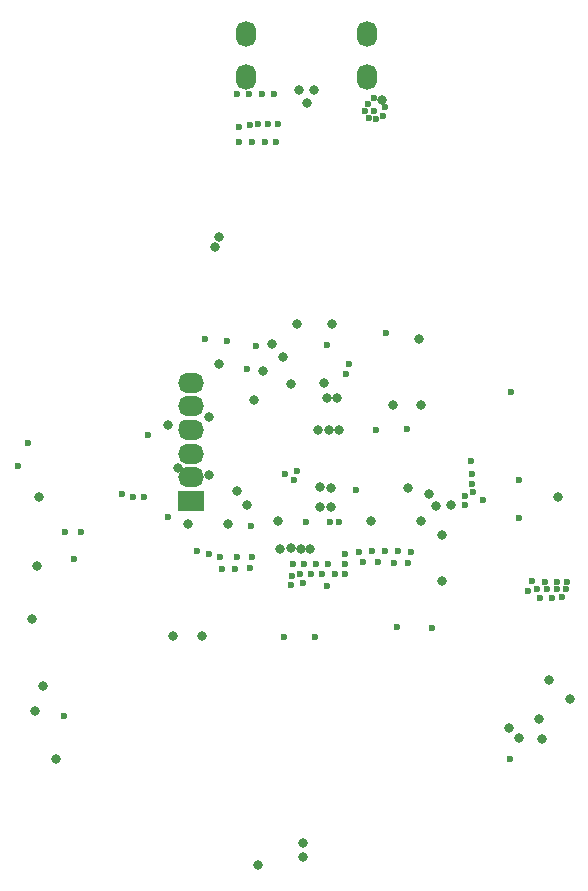
<source format=gbs>
%FSLAX25Y25*%
%MOIN*%
G70*
G01*
G75*
G04 Layer_Color=16711935*
%ADD10C,0.00787*%
%ADD11C,0.01181*%
%ADD12C,0.01969*%
%ADD13O,0.07874X0.11811*%
%ADD14O,0.15748X0.11811*%
%ADD15R,0.03543X0.02362*%
%ADD16R,0.02362X0.01969*%
%ADD17R,0.04921X0.02756*%
%ADD18R,0.02756X0.04921*%
%ADD19R,0.01969X0.02362*%
%ADD20R,0.06693X0.03543*%
%ADD21O,0.02362X0.05512*%
%ADD22R,0.03543X0.03937*%
%ADD23R,0.01575X0.04724*%
%ADD24R,0.03150X0.07874*%
%ADD25R,0.02362X0.07874*%
%ADD26O,0.07480X0.12992*%
G04:AMPARAMS|DCode=27|XSize=23.62mil|YSize=35.43mil|CornerRadius=0mil|HoleSize=0mil|Usage=FLASHONLY|Rotation=135.000|XOffset=0mil|YOffset=0mil|HoleType=Round|Shape=Rectangle|*
%AMROTATEDRECTD27*
4,1,4,0.02088,0.00418,-0.00418,-0.02088,-0.02088,-0.00418,0.00418,0.02088,0.02088,0.00418,0.0*
%
%ADD27ROTATEDRECTD27*%

%ADD28R,0.02362X0.03543*%
%ADD29R,0.01969X0.01575*%
%ADD30R,0.03937X0.03543*%
%ADD31R,0.01575X0.03937*%
%ADD32O,0.02362X0.07874*%
%ADD33R,0.02362X0.05512*%
%ADD34R,0.03150X0.05118*%
%ADD35R,0.03937X0.02756*%
G04:AMPARAMS|DCode=36|XSize=23.62mil|YSize=35.43mil|CornerRadius=0mil|HoleSize=0mil|Usage=FLASHONLY|Rotation=225.000|XOffset=0mil|YOffset=0mil|HoleType=Round|Shape=Rectangle|*
%AMROTATEDRECTD36*
4,1,4,-0.00418,0.02088,0.02088,-0.00418,0.00418,-0.02088,-0.02088,0.00418,-0.00418,0.02088,0.0*
%
%ADD36ROTATEDRECTD36*%

%ADD37R,0.04724X0.03543*%
%ADD38R,0.03937X0.04724*%
G04:AMPARAMS|DCode=39|XSize=19.69mil|YSize=39.37mil|CornerRadius=0mil|HoleSize=0mil|Usage=FLASHONLY|Rotation=45.000|XOffset=0mil|YOffset=0mil|HoleType=Round|Shape=Rectangle|*
%AMROTATEDRECTD39*
4,1,4,0.00696,-0.02088,-0.02088,0.00696,-0.00696,0.02088,0.02088,-0.00696,0.00696,-0.02088,0.0*
%
%ADD39ROTATEDRECTD39*%

G04:AMPARAMS|DCode=40|XSize=19.69mil|YSize=39.37mil|CornerRadius=0mil|HoleSize=0mil|Usage=FLASHONLY|Rotation=135.000|XOffset=0mil|YOffset=0mil|HoleType=Round|Shape=Rectangle|*
%AMROTATEDRECTD40*
4,1,4,0.02088,0.00696,-0.00696,-0.02088,-0.02088,-0.00696,0.00696,0.02088,0.02088,0.00696,0.0*
%
%ADD40ROTATEDRECTD40*%

%ADD41R,0.01969X0.03937*%
%ADD42C,0.07874*%
%ADD43C,0.03937*%
%ADD44C,0.05906*%
%ADD45C,0.04724*%
%ADD46C,0.11811*%
%ADD47R,0.09645X0.14900*%
%ADD48R,0.29300X0.12570*%
%ADD49R,0.06400X0.17200*%
%ADD50R,0.19291X0.03830*%
%ADD51R,0.05906X0.13780*%
%ADD52R,0.08661X0.14173*%
%ADD53R,0.05512X0.13780*%
%ADD54R,0.14567X0.16142*%
%ADD55R,0.15182X0.11426*%
%ADD56R,0.05300X0.03507*%
%ADD57R,0.24200X0.17200*%
%ADD58O,0.05906X0.07874*%
%ADD59C,0.02362*%
%ADD60C,0.09843*%
%ADD61O,0.07874X0.05906*%
%ADD62R,0.07874X0.05906*%
%ADD63R,0.07500X0.30800*%
%ADD64R,0.10581X0.53500*%
%ADD65C,0.00394*%
%ADD66C,0.00197*%
%ADD67C,0.00984*%
%ADD68C,0.01000*%
%ADD69C,0.02362*%
%ADD70C,0.00591*%
%ADD71C,0.00800*%
%ADD72C,0.00500*%
%ADD73C,0.00200*%
%ADD74C,0.00400*%
%ADD75O,0.08674X0.12611*%
%ADD76O,0.16548X0.12611*%
%ADD77R,0.04343X0.03162*%
%ADD78R,0.03162X0.02769*%
%ADD79R,0.05721X0.03556*%
%ADD80R,0.03556X0.05721*%
%ADD81R,0.02769X0.03162*%
%ADD82R,0.07493X0.04343*%
%ADD83O,0.03162X0.06312*%
%ADD84R,0.04343X0.04737*%
%ADD85R,0.02375X0.05524*%
%ADD86R,0.03950X0.08674*%
%ADD87R,0.03162X0.08674*%
%ADD88O,0.08280X0.13792*%
G04:AMPARAMS|DCode=89|XSize=31.62mil|YSize=43.43mil|CornerRadius=0mil|HoleSize=0mil|Usage=FLASHONLY|Rotation=135.000|XOffset=0mil|YOffset=0mil|HoleType=Round|Shape=Rectangle|*
%AMROTATEDRECTD89*
4,1,4,0.02654,0.00418,-0.00418,-0.02654,-0.02654,-0.00418,0.00418,0.02654,0.02654,0.00418,0.0*
%
%ADD89ROTATEDRECTD89*%

%ADD90R,0.03162X0.04343*%
%ADD91R,0.02769X0.02375*%
%ADD92R,0.04737X0.04343*%
%ADD93R,0.02375X0.04737*%
%ADD94O,0.03162X0.08674*%
%ADD95R,0.03162X0.06312*%
%ADD96R,0.03950X0.05918*%
%ADD97R,0.04331X0.03150*%
G04:AMPARAMS|DCode=98|XSize=31.62mil|YSize=43.43mil|CornerRadius=0mil|HoleSize=0mil|Usage=FLASHONLY|Rotation=225.000|XOffset=0mil|YOffset=0mil|HoleType=Round|Shape=Rectangle|*
%AMROTATEDRECTD98*
4,1,4,-0.00418,0.02654,0.02654,-0.00418,0.00418,-0.02654,-0.02654,0.00418,-0.00418,0.02654,0.0*
%
%ADD98ROTATEDRECTD98*%

%ADD99R,0.05524X0.04343*%
%ADD100R,0.04737X0.05524*%
G04:AMPARAMS|DCode=101|XSize=27.69mil|YSize=47.37mil|CornerRadius=0mil|HoleSize=0mil|Usage=FLASHONLY|Rotation=45.000|XOffset=0mil|YOffset=0mil|HoleType=Round|Shape=Rectangle|*
%AMROTATEDRECTD101*
4,1,4,0.00696,-0.02654,-0.02654,0.00696,-0.00696,0.02654,0.02654,-0.00696,0.00696,-0.02654,0.0*
%
%ADD101ROTATEDRECTD101*%

G04:AMPARAMS|DCode=102|XSize=27.69mil|YSize=47.37mil|CornerRadius=0mil|HoleSize=0mil|Usage=FLASHONLY|Rotation=135.000|XOffset=0mil|YOffset=0mil|HoleType=Round|Shape=Rectangle|*
%AMROTATEDRECTD102*
4,1,4,0.02654,0.00696,-0.00696,-0.02654,-0.02654,-0.00696,0.00696,0.02654,0.02654,0.00696,0.0*
%
%ADD102ROTATEDRECTD102*%

%ADD103R,0.02769X0.04737*%
%ADD104O,0.06706X0.08674*%
%ADD105C,0.03162*%
%ADD106O,0.08674X0.06706*%
%ADD107R,0.08674X0.06706*%
D59*
X2300Y-19400D02*
D03*
X-7900D02*
D03*
X29700Y-16000D02*
D03*
X41242Y-16558D02*
D03*
X67700Y62156D02*
D03*
X52476Y24501D02*
D03*
X58443Y26046D02*
D03*
X52476Y27601D02*
D03*
X55004Y28901D02*
D03*
X54756Y31501D02*
D03*
X54684Y34728D02*
D03*
X54476Y39354D02*
D03*
X-17314Y77377D02*
D03*
X13567Y71475D02*
D03*
X12800Y68258D02*
D03*
X33032Y50001D02*
D03*
X22600Y49575D02*
D03*
X16034Y29375D02*
D03*
X-3693Y35875D02*
D03*
X-7563Y34875D02*
D03*
X-4636Y32802D02*
D03*
X6500Y77975D02*
D03*
X70378Y32901D02*
D03*
X70476Y20301D02*
D03*
X-20300Y69775D02*
D03*
X-46791Y20448D02*
D03*
X-93300Y45300D02*
D03*
X-81200Y-45696D02*
D03*
X67200Y-60000D02*
D03*
X-41100Y65400D02*
D03*
X-96800Y37600D02*
D03*
X74600Y-900D02*
D03*
X79000Y-1000D02*
D03*
X83000D02*
D03*
X86400Y-1100D02*
D03*
X85900Y-3600D02*
D03*
X83000Y-3500D02*
D03*
X79600Y-3600D02*
D03*
X76200D02*
D03*
X-23700Y161468D02*
D03*
X-11200Y161500D02*
D03*
X-15400D02*
D03*
X-19700D02*
D03*
X84700Y-6100D02*
D03*
X81200Y-6400D02*
D03*
X77500D02*
D03*
X73200Y-4000D02*
D03*
X25549Y157200D02*
D03*
X25100Y154300D02*
D03*
X22721Y153200D02*
D03*
X20400Y153500D02*
D03*
X21900Y156000D02*
D03*
X22000Y160100D02*
D03*
X20000Y158200D02*
D03*
X19000Y155900D02*
D03*
X-5000Y4802D02*
D03*
X-1200Y4708D02*
D03*
X2685Y4802D02*
D03*
X6752Y4814D02*
D03*
X12292D02*
D03*
X12200Y1400D02*
D03*
X9100D02*
D03*
X4600Y1700D02*
D03*
X861Y1600D02*
D03*
X-2500Y1507D02*
D03*
X-5398Y941D02*
D03*
X-5518Y-2219D02*
D03*
X-1625Y-1600D02*
D03*
X6337Y-2300D02*
D03*
X16900Y8860D02*
D03*
X21200Y9100D02*
D03*
X25753D02*
D03*
X30053Y9200D02*
D03*
X34400Y9000D02*
D03*
X33200Y5200D02*
D03*
X28700Y5300D02*
D03*
X23269Y5500D02*
D03*
X18500Y5619D02*
D03*
X12217Y8300D02*
D03*
X-36938Y9207D02*
D03*
X-32853Y8200D02*
D03*
X-29200Y7043D02*
D03*
X-23604Y7100D02*
D03*
X-18516Y7043D02*
D03*
X-19300Y3600D02*
D03*
X-24401Y3342D02*
D03*
X-28700Y3087D02*
D03*
X26100Y81834D02*
D03*
X-27000Y79139D02*
D03*
X-34400Y79900D02*
D03*
X-53400Y48000D02*
D03*
X-54556Y27228D02*
D03*
X-58400Y27100D02*
D03*
X-62100Y28300D02*
D03*
X-75700Y15600D02*
D03*
X-81100Y15500D02*
D03*
X-78035Y6500D02*
D03*
X10359Y19000D02*
D03*
X7206Y18881D02*
D03*
X-686Y18800D02*
D03*
X-18949Y17562D02*
D03*
X-10109Y151700D02*
D03*
X-13481D02*
D03*
X-16700Y151600D02*
D03*
X-19400Y151100D02*
D03*
X-23000Y150400D02*
D03*
X-22900Y145700D02*
D03*
X-18673Y145600D02*
D03*
X-14200D02*
D03*
X-10600Y145500D02*
D03*
D104*
X-20577Y181674D02*
D03*
X19777D02*
D03*
X-20577Y167107D02*
D03*
X19777D02*
D03*
D105*
X-45100Y-19100D02*
D03*
X-35195Y-19200D02*
D03*
X-9886Y19140D02*
D03*
X47700Y24575D02*
D03*
X42721Y24275D02*
D03*
X-5700Y64975D02*
D03*
X5400Y65275D02*
D03*
X3200Y49475D02*
D03*
X28500Y57975D02*
D03*
X37700Y57775D02*
D03*
X-8400Y73875D02*
D03*
X-12094Y78352D02*
D03*
X7579Y30275D02*
D03*
X4000Y30375D02*
D03*
Y23918D02*
D03*
X7755Y23807D02*
D03*
X40453Y28352D02*
D03*
X33366Y30321D02*
D03*
X37690Y19297D02*
D03*
X20982D02*
D03*
X-26680Y18313D02*
D03*
X-17822Y59651D02*
D03*
X-43200Y36875D02*
D03*
X-41300Y51275D02*
D03*
X9700Y60069D02*
D03*
X10438Y49675D02*
D03*
X6300Y60075D02*
D03*
X7000Y49512D02*
D03*
X-14900Y69175D02*
D03*
X-33000Y34675D02*
D03*
X-23800Y29175D02*
D03*
X-20200Y24675D02*
D03*
X-83900Y-60100D02*
D03*
X78100Y-53600D02*
D03*
X-16600Y-95467D02*
D03*
X-1600Y-92900D02*
D03*
Y-88100D02*
D03*
X87200Y-40100D02*
D03*
X70390Y-53290D02*
D03*
X67100Y-49700D02*
D03*
X76900Y-46700D02*
D03*
X-9400Y9900D02*
D03*
X-5756Y10200D02*
D03*
X800Y9900D02*
D03*
X-2400Y10000D02*
D03*
X44700Y14500D02*
D03*
X44800Y-800D02*
D03*
X2100Y162900D02*
D03*
X-400Y158600D02*
D03*
X-2900Y162900D02*
D03*
X24600Y159600D02*
D03*
X-31000Y110500D02*
D03*
X-29600Y113811D02*
D03*
X7900Y84862D02*
D03*
X-3700Y84900D02*
D03*
X-88400Y-35800D02*
D03*
X-91100Y-44000D02*
D03*
X-91900Y-13400D02*
D03*
X-90400Y4200D02*
D03*
X-39900Y18100D02*
D03*
X-46560Y51099D02*
D03*
X83200Y27200D02*
D03*
X37106Y79800D02*
D03*
X-29616Y71591D02*
D03*
X-89600Y27300D02*
D03*
X80200Y-33800D02*
D03*
X-32900Y54000D02*
D03*
D106*
X-39100Y65260D02*
D03*
Y33764D02*
D03*
Y41638D02*
D03*
Y49512D02*
D03*
Y57386D02*
D03*
D107*
Y25890D02*
D03*
M02*

</source>
